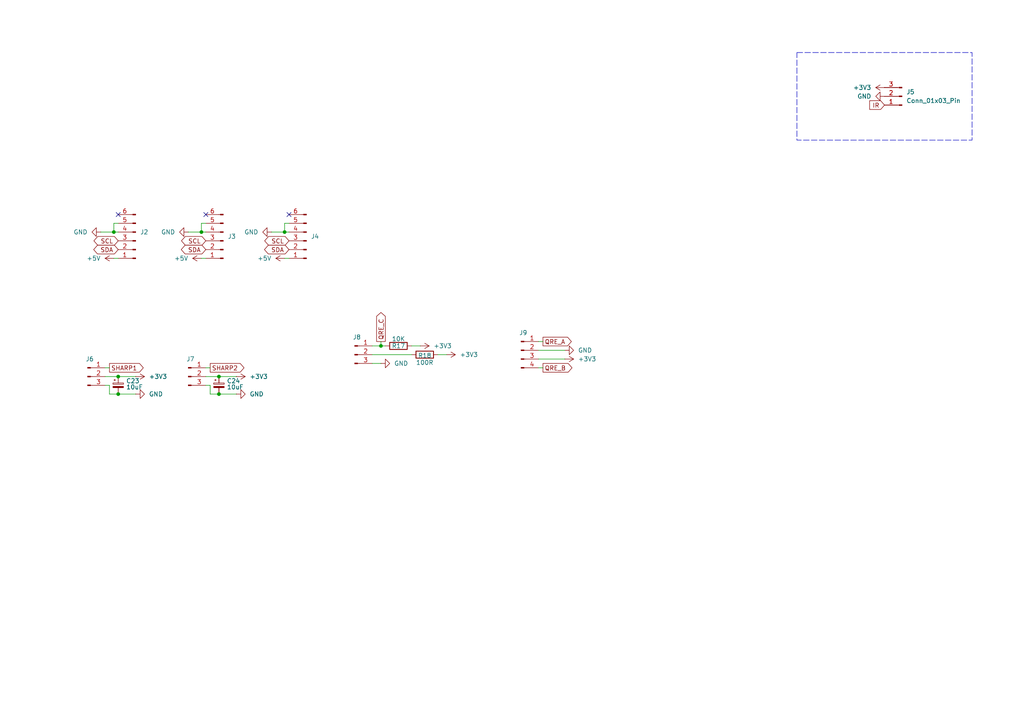
<source format=kicad_sch>
(kicad_sch (version 20250114) (generator "eeschema") (generator_version "9.0")
  (paper "A4")
  (lib_symbols
    (symbol "Connector:Conn_01x03_Pin" (pin_names (offset 1.016) (hide yes))
      (property "Reference" "J" (at 0 5.08 0))
      (property "Value" "Conn_01x03_Pin" (at 0 -5.08 0))
      (symbol "Conn_01x03_Pin_1_1"
        (rectangle (start 0.8636 2.667) (end 0 2.413) (stroke (width 0.1524)) (fill (type outline)))
        (rectangle (start 0.8636 0.127) (end 0 -0.127) (stroke (width 0.1524)) (fill (type outline)))
        (rectangle (start 0.8636 -2.413) (end 0 -2.667) (stroke (width 0.1524)) (fill (type outline)))
        (polyline (pts (xy 1.27 2.54) (xy 0.8636 2.54)) (stroke (width 0.1524)))
        (polyline (pts (xy 1.27 0) (xy 0.8636 0)) (stroke (width 0.1524)))
        (polyline (pts (xy 1.27 -2.54) (xy 0.8636 -2.54)) (stroke (width 0.1524)))
        (pin passive line (at 5.08 2.54 180) (length 3.81) (name "Pin_1") (number "1"))
        (pin passive line (at 5.08 0 180) (length 3.81) (name "Pin_2") (number "2"))
        (pin passive line (at 5.08 -2.54 180) (length 3.81) (name "Pin_3") (number "3"))
      )
    )
    (symbol "Connector:Conn_01x04_Pin" (pin_names (offset 1.016) (hide yes))
      (property "Reference" "J" (at 0 5.08 0))
      (property "Value" "Conn_01x04_Pin" (at 0 -7.62 0))
      (symbol "Conn_01x04_Pin_1_1"
        (rectangle (start 0.8636 2.667) (end 0 2.413) (stroke (width 0.1524)) (fill (type outline)))
        (rectangle (start 0.8636 0.127) (end 0 -0.127) (stroke (width 0.1524)) (fill (type outline)))
        (rectangle (start 0.8636 -2.413) (end 0 -2.667) (stroke (width 0.1524)) (fill (type outline)))
        (rectangle (start 0.8636 -4.953) (end 0 -5.207) (stroke (width 0.1524)) (fill (type outline)))
        (polyline (pts (xy 1.27 2.54) (xy 0.8636 2.54)) (stroke (width 0.1524)))
        (polyline (pts (xy 1.27 0) (xy 0.8636 0)) (stroke (width 0.1524)))
        (polyline (pts (xy 1.27 -2.54) (xy 0.8636 -2.54)) (stroke (width 0.1524)))
        (polyline (pts (xy 1.27 -5.08) (xy 0.8636 -5.08)) (stroke (width 0.1524)))
        (pin passive line (at 5.08 2.54 180) (length 3.81) (name "Pin_1") (number "1"))
        (pin passive line (at 5.08 0 180) (length 3.81) (name "Pin_2") (number "2"))
        (pin passive line (at 5.08 -2.54 180) (length 3.81) (name "Pin_3") (number "3"))
        (pin passive line (at 5.08 -5.08 180) (length 3.81) (name "Pin_4") (number "4"))
      )
    )
    (symbol "Connector:Conn_01x06_Pin" (pin_names (offset 1.016) (hide yes))
      (property "Reference" "J" (at 0 7.62 0))
      (property "Value" "Conn_01x06_Pin" (at 0 -10.16 0))
      (symbol "Conn_01x06_Pin_1_1"
        (rectangle (start 0.8636 5.207) (end 0 4.953) (stroke (width 0.1524)) (fill (type outline)))
        (rectangle (start 0.8636 2.667) (end 0 2.413) (stroke (width 0.1524)) (fill (type outline)))
        (rectangle (start 0.8636 0.127) (end 0 -0.127) (stroke (width 0.1524)) (fill (type outline)))
        (rectangle (start 0.8636 -2.413) (end 0 -2.667) (stroke (width 0.1524)) (fill (type outline)))
        (rectangle (start 0.8636 -4.953) (end 0 -5.207) (stroke (width 0.1524)) (fill (type outline)))
        (rectangle (start 0.8636 -7.493) (end 0 -7.747) (stroke (width 0.1524)) (fill (type outline)))
        (polyline (pts (xy 1.27 5.08) (xy 0.8636 5.08)) (stroke (width 0.1524)))
        (polyline (pts (xy 1.27 2.54) (xy 0.8636 2.54)) (stroke (width 0.1524)))
        (polyline (pts (xy 1.27 0) (xy 0.8636 0)) (stroke (width 0.1524)))
        (polyline (pts (xy 1.27 -2.54) (xy 0.8636 -2.54)) (stroke (width 0.1524)))
        (polyline (pts (xy 1.27 -5.08) (xy 0.8636 -5.08)) (stroke (width 0.1524)))
        (polyline (pts (xy 1.27 -7.62) (xy 0.8636 -7.62)) (stroke (width 0.1524)))
        (pin passive line (at 5.08 5.08 180) (length 3.81) (name "Pin_1") (number "1"))
        (pin passive line (at 5.08 2.54 180) (length 3.81) (name "Pin_2") (number "2"))
        (pin passive line (at 5.08 0 180) (length 3.81) (name "Pin_3") (number "3"))
        (pin passive line (at 5.08 -2.54 180) (length 3.81) (name "Pin_4") (number "4"))
        (pin passive line (at 5.08 -5.08 180) (length 3.81) (name "Pin_5") (number "5"))
        (pin passive line (at 5.08 -7.62 180) (length 3.81) (name "Pin_6") (number "6"))
      )
    )
    (symbol "Device:C_Polarized_Small" (pin_numbers (hide yes)) (pin_names (offset 0.254) (hide yes))
      (property "Reference" "C" (at 0.254 1.778 0))
      (property "Value" "C_Polarized_Small" (at 0.254 -2.032 0))
      (symbol "C_Polarized_Small_0_1"
        (rectangle (start -1.524 0.6858) (end 1.524 0.3048))
        (rectangle (start -1.524 -0.3048) (end 1.524 -0.6858) (fill (type outline)))
        (polyline (pts (xy -1.27 1.524) (xy -0.762 1.524)))
        (polyline (pts (xy -1.016 1.27) (xy -1.016 1.778)))
      )
      (symbol "C_Polarized_Small_1_1"
        (pin passive line (at 0 2.54 270) (length 1.8542) (name "~") (number "1"))
        (pin passive line (at 0 -2.54 90) (length 1.8542) (name "~") (number "2"))
      )
    )
    (symbol "Device:R" (pin_numbers (hide yes)) (pin_names (offset 0))
      (property "Reference" "R" (at 2.032 0 90))
      (property "Value" "R" (at 0 0 90))
      (symbol "R_0_1"
        (rectangle (start -1.016 -2.54) (end 1.016 2.54) (stroke (width 0.254)))
      )
      (symbol "R_1_1"
        (pin passive line (at 0 3.81 270) (length 1.27) (name "~") (number "1"))
        (pin passive line (at 0 -3.81 90) (length 1.27) (name "~") (number "2"))
      )
    )
    (symbol "power:+3V3" (power) (pin_numbers (hide yes)) (pin_names (offset 0) (hide yes))
      (property "Value" "+3V3" (at 0 3.556 0))
      (symbol "+3V3_0_1"
        (polyline (pts (xy -0.762 1.27) (xy 0 2.54)))
        (polyline (pts (xy 0 2.54) (xy 0.762 1.27)))
        (polyline (pts (xy 0 0) (xy 0 2.54)))
      )
      (symbol "+3V3_1_1"
        (pin power_in line (at 0 0 90) (length 0) (name "~") (number "1"))
      )
    )
    (symbol "power:+5V" (power) (pin_numbers (hide yes)) (pin_names (offset 0) (hide yes))
      (property "Value" "+5V" (at 0 3.556 0))
      (symbol "+5V_0_1"
        (polyline (pts (xy -0.762 1.27) (xy 0 2.54)))
        (polyline (pts (xy 0 2.54) (xy 0.762 1.27)))
        (polyline (pts (xy 0 0) (xy 0 2.54)))
      )
      (symbol "+5V_1_1"
        (pin power_in line (at 0 0 90) (length 0) (name "~") (number "1"))
      )
    )
    (symbol "power:GND" (power) (pin_numbers (hide yes)) (pin_names (offset 0) (hide yes))
      (property "Value" "GND" (at 0 -3.81 0))
      (symbol "GND_0_1"
        (polyline (pts (xy 0 0) (xy 0 -1.27) (xy 1.27 -1.27) (xy 0 -2.54) (xy -1.27 -1.27) (xy 0 -1.27)))
      )
      (symbol "GND_1_1"
        (pin power_in line (at 0 0 270) (length 0) (name "~") (number "1"))
      )
    )
  )
  (rectangle (start 231.14 15.24) (end 281.94 40.64) (stroke (width 0) (type dash)))
  (junction (at 110.49 100.33))
  (junction (at 63.5 114.3))
  (junction (at 63.5 109.22))
  (junction (at 33.02 67.31))
  (junction (at 82.55 67.31))
  (junction (at 34.29 114.3))
  (junction (at 34.29 109.22))
  (junction (at 58.42 67.31))
  (no_connect (at 34.29 62.23))
  (no_connect (at 83.82 62.23))
  (no_connect (at 59.69 62.23))
  (wire (pts (xy 82.55 67.31) (xy 83.82 67.31)))
  (wire (pts (xy 82.55 74.93) (xy 83.82 74.93)))
  (wire (pts (xy 83.82 64.77) (xy 82.55 64.77)))
  (wire (pts (xy 59.69 111.76) (xy 60.96 111.76)))
  (wire (pts (xy 33.02 64.77) (xy 33.02 67.31)))
  (wire (pts (xy 82.55 64.77) (xy 82.55 67.31)))
  (wire (pts (xy 156.21 104.14) (xy 163.83 104.14)))
  (wire (pts (xy 33.02 67.31) (xy 34.29 67.31)))
  (wire (pts (xy 107.95 100.33) (xy 110.49 100.33)))
  (wire (pts (xy 58.42 67.31) (xy 59.69 67.31)))
  (wire (pts (xy 60.96 111.76) (xy 60.96 114.3)))
  (wire (pts (xy 63.5 109.22) (xy 68.58 109.22)))
  (wire (pts (xy 58.42 74.93) (xy 59.69 74.93)))
  (wire (pts (xy 60.96 106.68) (xy 59.69 106.68)))
  (wire (pts (xy 33.02 74.93) (xy 34.29 74.93)))
  (wire (pts (xy 31.75 106.68) (xy 30.48 106.68)))
  (wire (pts (xy 157.48 99.06) (xy 156.21 99.06)))
  (wire (pts (xy 29.21 67.31) (xy 33.02 67.31)))
  (wire (pts (xy 34.29 109.22) (xy 39.37 109.22)))
  (wire (pts (xy 31.75 114.3) (xy 34.29 114.3)))
  (wire (pts (xy 59.69 109.22) (xy 63.5 109.22)))
  (wire (pts (xy 119.38 100.33) (xy 121.92 100.33)))
  (wire (pts (xy 60.96 114.3) (xy 63.5 114.3)))
  (wire (pts (xy 107.95 102.87) (xy 119.38 102.87)))
  (wire (pts (xy 78.74 67.31) (xy 82.55 67.31)))
  (wire (pts (xy 110.49 100.33) (xy 111.76 100.33)))
  (wire (pts (xy 31.75 111.76) (xy 31.75 114.3)))
  (wire (pts (xy 54.61 67.31) (xy 58.42 67.31)))
  (wire (pts (xy 34.29 64.77) (xy 33.02 64.77)))
  (wire (pts (xy 63.5 114.3) (xy 68.58 114.3)))
  (wire (pts (xy 107.95 105.41) (xy 110.49 105.41)))
  (wire (pts (xy 156.21 101.6) (xy 163.83 101.6)))
  (wire (pts (xy 127 102.87) (xy 129.54 102.87)))
  (wire (pts (xy 110.49 99.06) (xy 110.49 100.33)))
  (wire (pts (xy 34.29 114.3) (xy 39.37 114.3)))
  (wire (pts (xy 58.42 64.77) (xy 58.42 67.31)))
  (wire (pts (xy 30.48 111.76) (xy 31.75 111.76)))
  (wire (pts (xy 30.48 109.22) (xy 34.29 109.22)))
  (wire (pts (xy 59.69 64.77) (xy 58.42 64.77)))
  (wire (pts (xy 157.48 106.68) (xy 156.21 106.68)))
  (global_label "SDA" (shape bidirectional) (at 34.29 72.39 180) (property "Intersheetrefs" "${INTERSHEET_REFS}" (effects (hide yes))))
  (global_label "SCL" (shape bidirectional) (at 83.82 69.85 180) (property "Intersheetrefs" "${INTERSHEET_REFS}" (effects (hide yes))))
  (global_label "QRE_C" (shape output) (at 110.49 99.06 90) (property "Intersheetrefs" "${INTERSHEET_REFS}" (effects (hide yes))))
  (global_label "SDA" (shape bidirectional) (at 59.69 72.39 180) (property "Intersheetrefs" "${INTERSHEET_REFS}" (effects (hide yes))))
  (global_label "SCL" (shape bidirectional) (at 59.69 69.85 180) (property "Intersheetrefs" "${INTERSHEET_REFS}" (effects (hide yes))))
  (global_label "SDA" (shape bidirectional) (at 83.82 72.39 180) (property "Intersheetrefs" "${INTERSHEET_REFS}" (effects (hide yes))))
  (global_label "SHARP2" (shape output) (at 60.96 106.68 0) (property "Intersheetrefs" "${INTERSHEET_REFS}" (effects (hide yes))))
  (global_label "QRE_B" (shape output) (at 157.48 106.68 0) (property "Intersheetrefs" "${INTERSHEET_REFS}" (effects (hide yes))))
  (global_label "QRE_A" (shape output) (at 157.48 99.06 0) (property "Intersheetrefs" "${INTERSHEET_REFS}" (effects (hide yes))))
  (global_label "SCL" (shape bidirectional) (at 34.29 69.85 180) (property "Intersheetrefs" "${INTERSHEET_REFS}" (effects (hide yes))))
  (global_label "IR" (shape input) (at 256.54 30.48 180) (property "Intersheetrefs" "${INTERSHEET_REFS}" (effects (hide yes))))
  (global_label "SHARP1" (shape output) (at 31.75 106.68 0) (property "Intersheetrefs" "${INTERSHEET_REFS}" (effects (hide yes))))
  (symbol (lib_id "power:+3V3") (at 129.54 102.87 270) (unit 1)
    (property "Reference" "#PWR073" (effects (hide yes)))
    (property "Value" "+3V3" (at 133.35 102.8699 90) (effects (justify left)))
    (property "Description" "Power symbol creates a global label with name \"+3V3\"" (effects (hide yes)))
  )
  (symbol (lib_id "Connector:Conn_01x06_Pin") (at 64.77 69.85 180) (unit 1)
    (property "Reference" "J3" (at 66.04 68.5799 0) (effects (justify right)))
    (property "Value" "Conn_01x06_Pin" (effects (hide yes)))
    (property "Footprint" "Connector_Molex:Molex_PicoBlade_53398-0671_1x06-1MP_P1.25mm_Vertical" (effects (hide yes)))
    (property "Description" "Generic connector, single row, 01x06, script generated" (effects (hide yes)))
  )
  (symbol (lib_id "power:GND") (at 256.54 27.94 270) (unit 1)
    (property "Reference" "#PWR015" (effects (hide yes)))
    (property "Value" "GND" (at 252.73 27.9399 90) (effects (justify right)))
    (property "Description" "Power symbol creates a global label with name \"GND\" , ground" (effects (hide yes)))
  )
  (symbol (lib_id "power:GND") (at 29.21 67.31 270) (unit 1)
    (property "Reference" "#PWR061" (effects (hide yes)))
    (property "Value" "GND" (at 25.4 67.3099 90) (effects (justify right)))
    (property "Description" "Power symbol creates a global label with name \"GND\" , ground" (effects (hide yes)))
  )
  (symbol (lib_id "Connector:Conn_01x04_Pin") (at 151.13 101.6 0) (unit 1)
    (property "Reference" "J9" (at 151.765 96.52 0))
    (property "Value" "Conn_01x04_Pin" (effects (hide yes)))
    (property "Footprint" "Connector_Molex:Molex_PicoBlade_53398-0471_1x04-1MP_P1.25mm_Vertical" (effects (hide yes)))
    (property "Description" "Generic connector, single row, 01x04, script generated" (effects (hide yes)))
  )
  (symbol (lib_id "power:GND") (at 68.58 114.3 90) (unit 1)
    (property "Reference" "#PWR069" (effects (hide yes)))
    (property "Value" "GND" (at 72.39 114.2999 90) (effects (justify right)))
    (property "Description" "Power symbol creates a global label with name \"GND\" , ground" (effects (hide yes)))
  )
  (symbol (lib_id "Device:R") (at 123.19 102.87 90) (unit 1)
    (property "Reference" "R18" (at 123.19 103.124 90))
    (property "Value" "100R" (at 123.19 105.156 90))
    (property "Footprint" "Resistor_SMD:R_0805_2012Metric_Pad1.20x1.40mm_HandSolder" (effects (hide yes)))
    (property "Description" "Resistor" (effects (hide yes)))
  )
  (symbol (lib_id "power:GND") (at 54.61 67.31 270) (unit 1)
    (property "Reference" "#PWR062" (effects (hide yes)))
    (property "Value" "GND" (at 50.8 67.3099 90) (effects (justify right)))
    (property "Description" "Power symbol creates a global label with name \"GND\" , ground" (effects (hide yes)))
  )
  (symbol (lib_id "power:+3V3") (at 121.92 100.33 270) (unit 1)
    (property "Reference" "#PWR072" (effects (hide yes)))
    (property "Value" "+3V3" (at 125.73 100.3299 90) (effects (justify left)))
    (property "Description" "Power symbol creates a global label with name \"+3V3\"" (effects (hide yes)))
  )
  (symbol (lib_id "Connector:Conn_01x03_Pin") (at 25.4 109.22 0) (unit 1)
    (property "Reference" "J6" (at 26.035 104.14 0))
    (property "Value" "Conn_01x03_Pin" (effects (hide yes)))
    (property "Footprint" "Connector_Molex:Molex_PicoBlade_53398-0371_1x03-1MP_P1.25mm_Vertical" (effects (hide yes)))
    (property "Description" "Generic connector, single row, 01x03, script generated" (effects (hide yes)))
  )
  (symbol (lib_id "power:GND") (at 39.37 114.3 90) (unit 1)
    (property "Reference" "#PWR067" (effects (hide yes)))
    (property "Value" "GND" (at 43.18 114.2999 90) (effects (justify right)))
    (property "Description" "Power symbol creates a global label with name \"GND\" , ground" (effects (hide yes)))
  )
  (symbol (lib_id "power:GND") (at 110.49 105.41 90) (unit 1)
    (property "Reference" "#PWR074" (effects (hide yes)))
    (property "Value" "GND" (at 114.3 105.4099 90) (effects (justify right)))
    (property "Description" "Power symbol creates a global label with name \"GND\" , ground" (effects (hide yes)))
  )
  (symbol (lib_id "power:+3V3") (at 39.37 109.22 270) (unit 1)
    (property "Reference" "#PWR066" (effects (hide yes)))
    (property "Value" "+3V3" (at 43.18 109.2199 90) (effects (justify left)))
    (property "Description" "Power symbol creates a global label with name \"+3V3\"" (effects (hide yes)))
  )
  (symbol (lib_id "Connector:Conn_01x06_Pin") (at 88.9 69.85 180) (unit 1)
    (property "Reference" "J4" (at 90.17 68.5799 0) (effects (justify right)))
    (property "Value" "Conn_01x06_Pin" (effects (hide yes)))
    (property "Footprint" "Connector_Molex:Molex_PicoBlade_53398-0671_1x06-1MP_P1.25mm_Vertical" (effects (hide yes)))
    (property "Description" "Generic connector, single row, 01x06, script generated" (effects (hide yes)))
  )
  (symbol (lib_id "Device:R") (at 115.57 100.33 90) (unit 1)
    (property "Reference" "R17" (at 115.57 100.33 90))
    (property "Value" "10K" (at 115.57 98.298 90))
    (property "Footprint" "Resistor_SMD:R_0805_2012Metric_Pad1.20x1.40mm_HandSolder" (effects (hide yes)))
    (property "Description" "Resistor" (effects (hide yes)))
  )
  (symbol (lib_id "power:GND") (at 78.74 67.31 270) (unit 1)
    (property "Reference" "#PWR064" (effects (hide yes)))
    (property "Value" "GND" (at 74.93 67.3099 90) (effects (justify right)))
    (property "Description" "Power symbol creates a global label with name \"GND\" , ground" (effects (hide yes)))
  )
  (symbol (lib_id "power:+5V") (at 82.55 74.93 90) (unit 1)
    (property "Reference" "#PWR065" (effects (hide yes)))
    (property "Value" "+5V" (at 78.74 74.9299 90) (effects (justify left)))
    (property "Description" "Power symbol creates a global label with name \"+5V\"" (effects (hide yes)))
  )
  (symbol (lib_id "Device:C_Polarized_Small") (at 63.5 111.76 0) (unit 1)
    (property "Reference" "C24" (at 65.786 110.49 0) (effects (justify left)))
    (property "Value" "10uF" (at 65.786 112.268 0) (effects (justify left)))
    (property "Footprint" "Capacitor_Tantalum_SMD:CP_EIA-3216-18_Kemet-A_HandSolder" (effects (hide yes)))
    (property "Description" "Polarized capacitor, small symbol" (effects (hide yes)))
  )
  (symbol (lib_id "Connector:Conn_01x03_Pin") (at 261.62 27.94 180) (unit 1)
    (property "Reference" "J5" (at 262.89 26.6699 0) (effects (justify right)))
    (property "Value" "Conn_01x03_Pin" (at 262.89 29.2099 0) (effects (justify right)))
    (property "Footprint" "Connector_PinSocket_2.54mm:PinSocket_1x03_P2.54mm_Vertical" (effects (hide yes)))
    (property "Description" "Generic connector, single row, 01x03, script generated" (effects (hide yes)))
  )
  (symbol (lib_id "power:+3V3") (at 163.83 104.14 270) (unit 1)
    (property "Reference" "#PWR071" (effects (hide yes)))
    (property "Value" "+3V3" (at 167.64 104.1399 90) (effects (justify left)))
    (property "Description" "Power symbol creates a global label with name \"+3V3\"" (effects (hide yes)))
  )
  (symbol (lib_id "power:+5V") (at 33.02 74.93 90) (unit 1)
    (property "Reference" "#PWR060" (effects (hide yes)))
    (property "Value" "+5V" (at 29.21 74.9299 90) (effects (justify left)))
    (property "Description" "Power symbol creates a global label with name \"+5V\"" (effects (hide yes)))
  )
  (symbol (lib_id "power:+3V3") (at 256.54 25.4 90) (unit 1)
    (property "Reference" "#PWR016" (effects (hide yes)))
    (property "Value" "+3V3" (at 252.73 25.3999 90) (effects (justify left)))
    (property "Description" "Power symbol creates a global label with name \"+3V3\"" (effects (hide yes)))
  )
  (symbol (lib_id "Connector:Conn_01x03_Pin") (at 54.61 109.22 0) (unit 1)
    (property "Reference" "J7" (at 55.245 104.14 0))
    (property "Value" "Conn_01x03_Pin" (effects (hide yes)))
    (property "Footprint" "Connector_Molex:Molex_PicoBlade_53398-0371_1x03-1MP_P1.25mm_Vertical" (effects (hide yes)))
    (property "Description" "Generic connector, single row, 01x03, script generated" (effects (hide yes)))
  )
  (symbol (lib_id "power:+5V") (at 58.42 74.93 90) (unit 1)
    (property "Reference" "#PWR063" (effects (hide yes)))
    (property "Value" "+5V" (at 54.61 74.9299 90) (effects (justify left)))
    (property "Description" "Power symbol creates a global label with name \"+5V\"" (effects (hide yes)))
  )
  (symbol (lib_id "Device:C_Polarized_Small") (at 34.29 111.76 0) (unit 1)
    (property "Reference" "C23" (at 36.576 110.49 0) (effects (justify left)))
    (property "Value" "10uF" (at 36.576 112.268 0) (effects (justify left)))
    (property "Footprint" "Capacitor_Tantalum_SMD:CP_EIA-3216-18_Kemet-A_HandSolder" (effects (hide yes)))
    (property "Description" "Polarized capacitor, small symbol" (effects (hide yes)))
  )
  (symbol (lib_id "Connector:Conn_01x06_Pin") (at 39.37 69.85 180) (unit 1)
    (property "Reference" "J2" (at 40.64 67.3099 0) (effects (justify right)))
    (property "Value" "Conn_01x06_Pin" (effects (hide yes)))
    (property "Footprint" "Connector_Molex:Molex_PicoBlade_53398-0671_1x06-1MP_P1.25mm_Vertical" (effects (hide yes)))
    (property "Description" "Generic connector, single row, 01x06, script generated" (effects (hide yes)))
  )
  (symbol (lib_id "power:+3V3") (at 68.58 109.22 270) (unit 1)
    (property "Reference" "#PWR068" (effects (hide yes)))
    (property "Value" "+3V3" (at 72.39 109.2199 90) (effects (justify left)))
    (property "Description" "Power symbol creates a global label with name \"+3V3\"" (effects (hide yes)))
  )
  (symbol (lib_id "power:GND") (at 163.83 101.6 90) (unit 1)
    (property "Reference" "#PWR070" (effects (hide yes)))
    (property "Value" "GND" (at 167.64 101.5999 90) (effects (justify right)))
    (property "Description" "Power symbol creates a global label with name \"GND\" , ground" (effects (hide yes)))
  )
  (symbol (lib_id "Connector:Conn_01x03_Pin") (at 102.87 102.87 0) (unit 1)
    (property "Reference" "J8" (at 103.505 97.79 0))
    (property "Value" "Conn_01x03_Pin" (effects (hide yes)))
    (property "Footprint" "Connector_Molex:Molex_PicoBlade_53398-0371_1x03-1MP_P1.25mm_Vertical" (effects (hide yes)))
    (property "Description" "Generic connector, single row, 01x03, script generated" (effects (hide yes)))
  )
)
</source>
